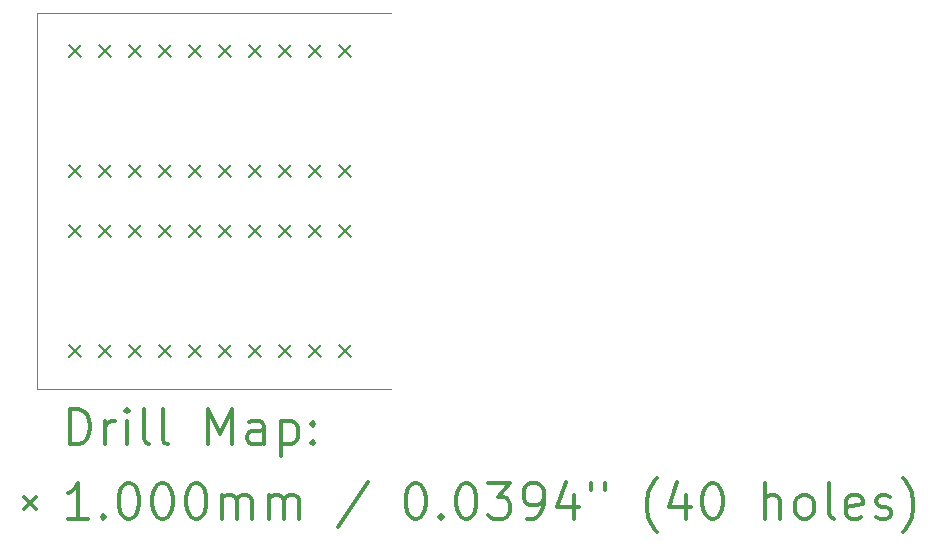
<source format=gbr>
%FSLAX45Y45*%
G04 Gerber Fmt 4.5, Leading zero omitted, Abs format (unit mm)*
G04 Created by KiCad (PCBNEW 5.1.10-88a1d61d58~88~ubuntu20.10.1) date 2021-05-13 20:15:12*
%MOMM*%
%LPD*%
G01*
G04 APERTURE LIST*
%TA.AperFunction,Profile*%
%ADD10C,0.100000*%
%TD*%
%ADD11C,0.200000*%
%ADD12C,0.300000*%
G04 APERTURE END LIST*
D10*
X8694400Y-8298800D02*
X11694400Y-8298800D01*
X8694400Y-5118800D02*
X8694400Y-8298800D01*
X11694400Y-5118800D02*
X8694400Y-5118800D01*
D11*
X8968000Y-5388000D02*
X9068000Y-5488000D01*
X9068000Y-5388000D02*
X8968000Y-5488000D01*
X8968000Y-6404000D02*
X9068000Y-6504000D01*
X9068000Y-6404000D02*
X8968000Y-6504000D01*
X8968000Y-6912000D02*
X9068000Y-7012000D01*
X9068000Y-6912000D02*
X8968000Y-7012000D01*
X8968000Y-7928000D02*
X9068000Y-8028000D01*
X9068000Y-7928000D02*
X8968000Y-8028000D01*
X9222000Y-5388000D02*
X9322000Y-5488000D01*
X9322000Y-5388000D02*
X9222000Y-5488000D01*
X9222000Y-6404000D02*
X9322000Y-6504000D01*
X9322000Y-6404000D02*
X9222000Y-6504000D01*
X9222000Y-6912000D02*
X9322000Y-7012000D01*
X9322000Y-6912000D02*
X9222000Y-7012000D01*
X9222000Y-7928000D02*
X9322000Y-8028000D01*
X9322000Y-7928000D02*
X9222000Y-8028000D01*
X9476000Y-5388000D02*
X9576000Y-5488000D01*
X9576000Y-5388000D02*
X9476000Y-5488000D01*
X9476000Y-6404000D02*
X9576000Y-6504000D01*
X9576000Y-6404000D02*
X9476000Y-6504000D01*
X9476000Y-6912000D02*
X9576000Y-7012000D01*
X9576000Y-6912000D02*
X9476000Y-7012000D01*
X9476000Y-7928000D02*
X9576000Y-8028000D01*
X9576000Y-7928000D02*
X9476000Y-8028000D01*
X9730000Y-5388000D02*
X9830000Y-5488000D01*
X9830000Y-5388000D02*
X9730000Y-5488000D01*
X9730000Y-6404000D02*
X9830000Y-6504000D01*
X9830000Y-6404000D02*
X9730000Y-6504000D01*
X9730000Y-6912000D02*
X9830000Y-7012000D01*
X9830000Y-6912000D02*
X9730000Y-7012000D01*
X9730000Y-7928000D02*
X9830000Y-8028000D01*
X9830000Y-7928000D02*
X9730000Y-8028000D01*
X9984000Y-5388000D02*
X10084000Y-5488000D01*
X10084000Y-5388000D02*
X9984000Y-5488000D01*
X9984000Y-6404000D02*
X10084000Y-6504000D01*
X10084000Y-6404000D02*
X9984000Y-6504000D01*
X9984000Y-6912000D02*
X10084000Y-7012000D01*
X10084000Y-6912000D02*
X9984000Y-7012000D01*
X9984000Y-7928000D02*
X10084000Y-8028000D01*
X10084000Y-7928000D02*
X9984000Y-8028000D01*
X10238000Y-5388000D02*
X10338000Y-5488000D01*
X10338000Y-5388000D02*
X10238000Y-5488000D01*
X10238000Y-6404000D02*
X10338000Y-6504000D01*
X10338000Y-6404000D02*
X10238000Y-6504000D01*
X10238000Y-6912000D02*
X10338000Y-7012000D01*
X10338000Y-6912000D02*
X10238000Y-7012000D01*
X10238000Y-7928000D02*
X10338000Y-8028000D01*
X10338000Y-7928000D02*
X10238000Y-8028000D01*
X10492000Y-5388000D02*
X10592000Y-5488000D01*
X10592000Y-5388000D02*
X10492000Y-5488000D01*
X10492000Y-6404000D02*
X10592000Y-6504000D01*
X10592000Y-6404000D02*
X10492000Y-6504000D01*
X10492000Y-6912000D02*
X10592000Y-7012000D01*
X10592000Y-6912000D02*
X10492000Y-7012000D01*
X10492000Y-7928000D02*
X10592000Y-8028000D01*
X10592000Y-7928000D02*
X10492000Y-8028000D01*
X10746000Y-5388000D02*
X10846000Y-5488000D01*
X10846000Y-5388000D02*
X10746000Y-5488000D01*
X10746000Y-6404000D02*
X10846000Y-6504000D01*
X10846000Y-6404000D02*
X10746000Y-6504000D01*
X10746000Y-6912000D02*
X10846000Y-7012000D01*
X10846000Y-6912000D02*
X10746000Y-7012000D01*
X10746000Y-7928000D02*
X10846000Y-8028000D01*
X10846000Y-7928000D02*
X10746000Y-8028000D01*
X11000000Y-5388000D02*
X11100000Y-5488000D01*
X11100000Y-5388000D02*
X11000000Y-5488000D01*
X11000000Y-6404000D02*
X11100000Y-6504000D01*
X11100000Y-6404000D02*
X11000000Y-6504000D01*
X11000000Y-6912000D02*
X11100000Y-7012000D01*
X11100000Y-6912000D02*
X11000000Y-7012000D01*
X11000000Y-7928000D02*
X11100000Y-8028000D01*
X11100000Y-7928000D02*
X11000000Y-8028000D01*
X11254000Y-5388000D02*
X11354000Y-5488000D01*
X11354000Y-5388000D02*
X11254000Y-5488000D01*
X11254000Y-6404000D02*
X11354000Y-6504000D01*
X11354000Y-6404000D02*
X11254000Y-6504000D01*
X11254000Y-6912000D02*
X11354000Y-7012000D01*
X11354000Y-6912000D02*
X11254000Y-7012000D01*
X11254000Y-7928000D02*
X11354000Y-8028000D01*
X11354000Y-7928000D02*
X11254000Y-8028000D01*
D12*
X8975828Y-8769514D02*
X8975828Y-8469514D01*
X9047257Y-8469514D01*
X9090114Y-8483800D01*
X9118686Y-8512372D01*
X9132971Y-8540943D01*
X9147257Y-8598086D01*
X9147257Y-8640943D01*
X9132971Y-8698086D01*
X9118686Y-8726657D01*
X9090114Y-8755229D01*
X9047257Y-8769514D01*
X8975828Y-8769514D01*
X9275828Y-8769514D02*
X9275828Y-8569514D01*
X9275828Y-8626657D02*
X9290114Y-8598086D01*
X9304400Y-8583800D01*
X9332971Y-8569514D01*
X9361543Y-8569514D01*
X9461543Y-8769514D02*
X9461543Y-8569514D01*
X9461543Y-8469514D02*
X9447257Y-8483800D01*
X9461543Y-8498086D01*
X9475828Y-8483800D01*
X9461543Y-8469514D01*
X9461543Y-8498086D01*
X9647257Y-8769514D02*
X9618686Y-8755229D01*
X9604400Y-8726657D01*
X9604400Y-8469514D01*
X9804400Y-8769514D02*
X9775828Y-8755229D01*
X9761543Y-8726657D01*
X9761543Y-8469514D01*
X10147257Y-8769514D02*
X10147257Y-8469514D01*
X10247257Y-8683800D01*
X10347257Y-8469514D01*
X10347257Y-8769514D01*
X10618686Y-8769514D02*
X10618686Y-8612372D01*
X10604400Y-8583800D01*
X10575828Y-8569514D01*
X10518686Y-8569514D01*
X10490114Y-8583800D01*
X10618686Y-8755229D02*
X10590114Y-8769514D01*
X10518686Y-8769514D01*
X10490114Y-8755229D01*
X10475828Y-8726657D01*
X10475828Y-8698086D01*
X10490114Y-8669514D01*
X10518686Y-8655229D01*
X10590114Y-8655229D01*
X10618686Y-8640943D01*
X10761543Y-8569514D02*
X10761543Y-8869514D01*
X10761543Y-8583800D02*
X10790114Y-8569514D01*
X10847257Y-8569514D01*
X10875828Y-8583800D01*
X10890114Y-8598086D01*
X10904400Y-8626657D01*
X10904400Y-8712372D01*
X10890114Y-8740943D01*
X10875828Y-8755229D01*
X10847257Y-8769514D01*
X10790114Y-8769514D01*
X10761543Y-8755229D01*
X11032971Y-8740943D02*
X11047257Y-8755229D01*
X11032971Y-8769514D01*
X11018686Y-8755229D01*
X11032971Y-8740943D01*
X11032971Y-8769514D01*
X11032971Y-8583800D02*
X11047257Y-8598086D01*
X11032971Y-8612372D01*
X11018686Y-8598086D01*
X11032971Y-8583800D01*
X11032971Y-8612372D01*
X8589400Y-9213800D02*
X8689400Y-9313800D01*
X8689400Y-9213800D02*
X8589400Y-9313800D01*
X9132971Y-9399514D02*
X8961543Y-9399514D01*
X9047257Y-9399514D02*
X9047257Y-9099514D01*
X9018686Y-9142372D01*
X8990114Y-9170943D01*
X8961543Y-9185229D01*
X9261543Y-9370943D02*
X9275828Y-9385229D01*
X9261543Y-9399514D01*
X9247257Y-9385229D01*
X9261543Y-9370943D01*
X9261543Y-9399514D01*
X9461543Y-9099514D02*
X9490114Y-9099514D01*
X9518686Y-9113800D01*
X9532971Y-9128086D01*
X9547257Y-9156657D01*
X9561543Y-9213800D01*
X9561543Y-9285229D01*
X9547257Y-9342372D01*
X9532971Y-9370943D01*
X9518686Y-9385229D01*
X9490114Y-9399514D01*
X9461543Y-9399514D01*
X9432971Y-9385229D01*
X9418686Y-9370943D01*
X9404400Y-9342372D01*
X9390114Y-9285229D01*
X9390114Y-9213800D01*
X9404400Y-9156657D01*
X9418686Y-9128086D01*
X9432971Y-9113800D01*
X9461543Y-9099514D01*
X9747257Y-9099514D02*
X9775828Y-9099514D01*
X9804400Y-9113800D01*
X9818686Y-9128086D01*
X9832971Y-9156657D01*
X9847257Y-9213800D01*
X9847257Y-9285229D01*
X9832971Y-9342372D01*
X9818686Y-9370943D01*
X9804400Y-9385229D01*
X9775828Y-9399514D01*
X9747257Y-9399514D01*
X9718686Y-9385229D01*
X9704400Y-9370943D01*
X9690114Y-9342372D01*
X9675828Y-9285229D01*
X9675828Y-9213800D01*
X9690114Y-9156657D01*
X9704400Y-9128086D01*
X9718686Y-9113800D01*
X9747257Y-9099514D01*
X10032971Y-9099514D02*
X10061543Y-9099514D01*
X10090114Y-9113800D01*
X10104400Y-9128086D01*
X10118686Y-9156657D01*
X10132971Y-9213800D01*
X10132971Y-9285229D01*
X10118686Y-9342372D01*
X10104400Y-9370943D01*
X10090114Y-9385229D01*
X10061543Y-9399514D01*
X10032971Y-9399514D01*
X10004400Y-9385229D01*
X9990114Y-9370943D01*
X9975828Y-9342372D01*
X9961543Y-9285229D01*
X9961543Y-9213800D01*
X9975828Y-9156657D01*
X9990114Y-9128086D01*
X10004400Y-9113800D01*
X10032971Y-9099514D01*
X10261543Y-9399514D02*
X10261543Y-9199514D01*
X10261543Y-9228086D02*
X10275828Y-9213800D01*
X10304400Y-9199514D01*
X10347257Y-9199514D01*
X10375828Y-9213800D01*
X10390114Y-9242372D01*
X10390114Y-9399514D01*
X10390114Y-9242372D02*
X10404400Y-9213800D01*
X10432971Y-9199514D01*
X10475828Y-9199514D01*
X10504400Y-9213800D01*
X10518686Y-9242372D01*
X10518686Y-9399514D01*
X10661543Y-9399514D02*
X10661543Y-9199514D01*
X10661543Y-9228086D02*
X10675828Y-9213800D01*
X10704400Y-9199514D01*
X10747257Y-9199514D01*
X10775828Y-9213800D01*
X10790114Y-9242372D01*
X10790114Y-9399514D01*
X10790114Y-9242372D02*
X10804400Y-9213800D01*
X10832971Y-9199514D01*
X10875828Y-9199514D01*
X10904400Y-9213800D01*
X10918686Y-9242372D01*
X10918686Y-9399514D01*
X11504400Y-9085229D02*
X11247257Y-9470943D01*
X11890114Y-9099514D02*
X11918686Y-9099514D01*
X11947257Y-9113800D01*
X11961543Y-9128086D01*
X11975828Y-9156657D01*
X11990114Y-9213800D01*
X11990114Y-9285229D01*
X11975828Y-9342372D01*
X11961543Y-9370943D01*
X11947257Y-9385229D01*
X11918686Y-9399514D01*
X11890114Y-9399514D01*
X11861543Y-9385229D01*
X11847257Y-9370943D01*
X11832971Y-9342372D01*
X11818686Y-9285229D01*
X11818686Y-9213800D01*
X11832971Y-9156657D01*
X11847257Y-9128086D01*
X11861543Y-9113800D01*
X11890114Y-9099514D01*
X12118686Y-9370943D02*
X12132971Y-9385229D01*
X12118686Y-9399514D01*
X12104400Y-9385229D01*
X12118686Y-9370943D01*
X12118686Y-9399514D01*
X12318686Y-9099514D02*
X12347257Y-9099514D01*
X12375828Y-9113800D01*
X12390114Y-9128086D01*
X12404400Y-9156657D01*
X12418686Y-9213800D01*
X12418686Y-9285229D01*
X12404400Y-9342372D01*
X12390114Y-9370943D01*
X12375828Y-9385229D01*
X12347257Y-9399514D01*
X12318686Y-9399514D01*
X12290114Y-9385229D01*
X12275828Y-9370943D01*
X12261543Y-9342372D01*
X12247257Y-9285229D01*
X12247257Y-9213800D01*
X12261543Y-9156657D01*
X12275828Y-9128086D01*
X12290114Y-9113800D01*
X12318686Y-9099514D01*
X12518686Y-9099514D02*
X12704400Y-9099514D01*
X12604400Y-9213800D01*
X12647257Y-9213800D01*
X12675828Y-9228086D01*
X12690114Y-9242372D01*
X12704400Y-9270943D01*
X12704400Y-9342372D01*
X12690114Y-9370943D01*
X12675828Y-9385229D01*
X12647257Y-9399514D01*
X12561543Y-9399514D01*
X12532971Y-9385229D01*
X12518686Y-9370943D01*
X12847257Y-9399514D02*
X12904400Y-9399514D01*
X12932971Y-9385229D01*
X12947257Y-9370943D01*
X12975828Y-9328086D01*
X12990114Y-9270943D01*
X12990114Y-9156657D01*
X12975828Y-9128086D01*
X12961543Y-9113800D01*
X12932971Y-9099514D01*
X12875828Y-9099514D01*
X12847257Y-9113800D01*
X12832971Y-9128086D01*
X12818686Y-9156657D01*
X12818686Y-9228086D01*
X12832971Y-9256657D01*
X12847257Y-9270943D01*
X12875828Y-9285229D01*
X12932971Y-9285229D01*
X12961543Y-9270943D01*
X12975828Y-9256657D01*
X12990114Y-9228086D01*
X13247257Y-9199514D02*
X13247257Y-9399514D01*
X13175828Y-9085229D02*
X13104400Y-9299514D01*
X13290114Y-9299514D01*
X13390114Y-9099514D02*
X13390114Y-9156657D01*
X13504400Y-9099514D02*
X13504400Y-9156657D01*
X13947257Y-9513800D02*
X13932971Y-9499514D01*
X13904400Y-9456657D01*
X13890114Y-9428086D01*
X13875828Y-9385229D01*
X13861543Y-9313800D01*
X13861543Y-9256657D01*
X13875828Y-9185229D01*
X13890114Y-9142372D01*
X13904400Y-9113800D01*
X13932971Y-9070943D01*
X13947257Y-9056657D01*
X14190114Y-9199514D02*
X14190114Y-9399514D01*
X14118686Y-9085229D02*
X14047257Y-9299514D01*
X14232971Y-9299514D01*
X14404400Y-9099514D02*
X14432971Y-9099514D01*
X14461543Y-9113800D01*
X14475828Y-9128086D01*
X14490114Y-9156657D01*
X14504400Y-9213800D01*
X14504400Y-9285229D01*
X14490114Y-9342372D01*
X14475828Y-9370943D01*
X14461543Y-9385229D01*
X14432971Y-9399514D01*
X14404400Y-9399514D01*
X14375828Y-9385229D01*
X14361543Y-9370943D01*
X14347257Y-9342372D01*
X14332971Y-9285229D01*
X14332971Y-9213800D01*
X14347257Y-9156657D01*
X14361543Y-9128086D01*
X14375828Y-9113800D01*
X14404400Y-9099514D01*
X14861543Y-9399514D02*
X14861543Y-9099514D01*
X14990114Y-9399514D02*
X14990114Y-9242372D01*
X14975828Y-9213800D01*
X14947257Y-9199514D01*
X14904400Y-9199514D01*
X14875828Y-9213800D01*
X14861543Y-9228086D01*
X15175828Y-9399514D02*
X15147257Y-9385229D01*
X15132971Y-9370943D01*
X15118686Y-9342372D01*
X15118686Y-9256657D01*
X15132971Y-9228086D01*
X15147257Y-9213800D01*
X15175828Y-9199514D01*
X15218686Y-9199514D01*
X15247257Y-9213800D01*
X15261543Y-9228086D01*
X15275828Y-9256657D01*
X15275828Y-9342372D01*
X15261543Y-9370943D01*
X15247257Y-9385229D01*
X15218686Y-9399514D01*
X15175828Y-9399514D01*
X15447257Y-9399514D02*
X15418686Y-9385229D01*
X15404400Y-9356657D01*
X15404400Y-9099514D01*
X15675828Y-9385229D02*
X15647257Y-9399514D01*
X15590114Y-9399514D01*
X15561543Y-9385229D01*
X15547257Y-9356657D01*
X15547257Y-9242372D01*
X15561543Y-9213800D01*
X15590114Y-9199514D01*
X15647257Y-9199514D01*
X15675828Y-9213800D01*
X15690114Y-9242372D01*
X15690114Y-9270943D01*
X15547257Y-9299514D01*
X15804400Y-9385229D02*
X15832971Y-9399514D01*
X15890114Y-9399514D01*
X15918686Y-9385229D01*
X15932971Y-9356657D01*
X15932971Y-9342372D01*
X15918686Y-9313800D01*
X15890114Y-9299514D01*
X15847257Y-9299514D01*
X15818686Y-9285229D01*
X15804400Y-9256657D01*
X15804400Y-9242372D01*
X15818686Y-9213800D01*
X15847257Y-9199514D01*
X15890114Y-9199514D01*
X15918686Y-9213800D01*
X16032971Y-9513800D02*
X16047257Y-9499514D01*
X16075828Y-9456657D01*
X16090114Y-9428086D01*
X16104400Y-9385229D01*
X16118686Y-9313800D01*
X16118686Y-9256657D01*
X16104400Y-9185229D01*
X16090114Y-9142372D01*
X16075828Y-9113800D01*
X16047257Y-9070943D01*
X16032971Y-9056657D01*
M02*

</source>
